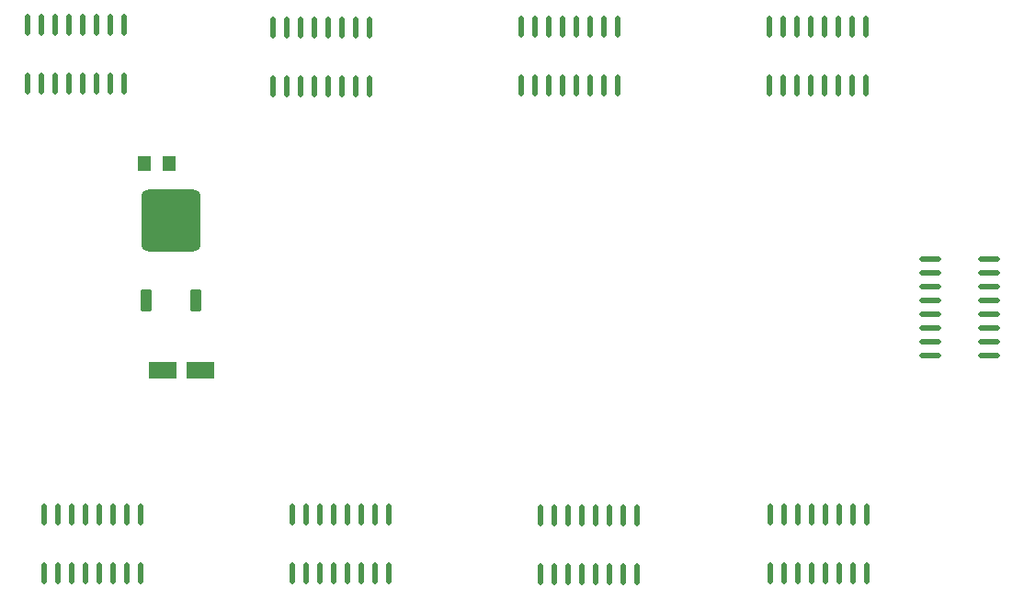
<source format=gtp>
G04*
G04 #@! TF.GenerationSoftware,Altium Limited,Altium Designer,18.1.6 (161)*
G04*
G04 Layer_Color=8421504*
%FSLAX25Y25*%
%MOIN*%
G70*
G01*
G75*
%ADD18O,0.02165X0.07874*%
%ADD19R,0.10039X0.06299*%
%ADD20R,0.05000X0.05500*%
G04:AMPARAMS|DCode=21|XSize=216.54mil|YSize=224.41mil|CornerRadius=27.07mil|HoleSize=0mil|Usage=FLASHONLY|Rotation=0.000|XOffset=0mil|YOffset=0mil|HoleType=Round|Shape=RoundedRectangle|*
%AMROUNDEDRECTD21*
21,1,0.21654,0.17028,0,0,0.0*
21,1,0.16240,0.22441,0,0,0.0*
1,1,0.05413,0.08120,-0.08514*
1,1,0.05413,-0.08120,-0.08514*
1,1,0.05413,-0.08120,0.08514*
1,1,0.05413,0.08120,0.08514*
%
%ADD21ROUNDEDRECTD21*%
G04:AMPARAMS|DCode=22|XSize=39.37mil|YSize=78.74mil|CornerRadius=4.92mil|HoleSize=0mil|Usage=FLASHONLY|Rotation=0.000|XOffset=0mil|YOffset=0mil|HoleType=Round|Shape=RoundedRectangle|*
%AMROUNDEDRECTD22*
21,1,0.03937,0.06890,0,0,0.0*
21,1,0.02953,0.07874,0,0,0.0*
1,1,0.00984,0.01476,-0.03445*
1,1,0.00984,-0.01476,-0.03445*
1,1,0.00984,-0.01476,0.03445*
1,1,0.00984,0.01476,0.03445*
%
%ADD22ROUNDEDRECTD22*%
%ADD23O,0.07874X0.02165*%
D18*
X455000Y351870D02*
D03*
X460000D02*
D03*
X465000D02*
D03*
X470000D02*
D03*
X475000D02*
D03*
X480000D02*
D03*
X485000D02*
D03*
X490000D02*
D03*
X455000Y373130D02*
D03*
X460000D02*
D03*
X465000D02*
D03*
X470000D02*
D03*
X475000D02*
D03*
X480000D02*
D03*
X485000D02*
D03*
X490000D02*
D03*
X365000Y351870D02*
D03*
X370000D02*
D03*
X375000D02*
D03*
X380000D02*
D03*
X385000D02*
D03*
X390000D02*
D03*
X395000D02*
D03*
X400000D02*
D03*
X365000Y373130D02*
D03*
X370000D02*
D03*
X375000D02*
D03*
X380000D02*
D03*
X385000D02*
D03*
X390000D02*
D03*
X395000D02*
D03*
X400000D02*
D03*
X275000Y351740D02*
D03*
X280000D02*
D03*
X285000D02*
D03*
X290000D02*
D03*
X295000D02*
D03*
X300000D02*
D03*
X305000D02*
D03*
X310000D02*
D03*
X275000Y373000D02*
D03*
X280000D02*
D03*
X285000D02*
D03*
X290000D02*
D03*
X295000D02*
D03*
X300000D02*
D03*
X305000D02*
D03*
X310000D02*
D03*
X186000Y352740D02*
D03*
X191000D02*
D03*
X196000D02*
D03*
X201000D02*
D03*
X206000D02*
D03*
X211000D02*
D03*
X216000D02*
D03*
X221000D02*
D03*
X186000Y374000D02*
D03*
X191000D02*
D03*
X196000D02*
D03*
X201000D02*
D03*
X206000D02*
D03*
X211000D02*
D03*
X216000D02*
D03*
X221000D02*
D03*
X490500Y196130D02*
D03*
X485500D02*
D03*
X480500D02*
D03*
X475500D02*
D03*
X470500D02*
D03*
X465500D02*
D03*
X460500D02*
D03*
X455500D02*
D03*
X490500Y174870D02*
D03*
X485500D02*
D03*
X480500D02*
D03*
X475500D02*
D03*
X470500D02*
D03*
X465500D02*
D03*
X460500D02*
D03*
X455500D02*
D03*
X407000Y196000D02*
D03*
X402000D02*
D03*
X397000D02*
D03*
X392000D02*
D03*
X387000D02*
D03*
X382000D02*
D03*
X377000D02*
D03*
X372000D02*
D03*
X407000Y174740D02*
D03*
X402000D02*
D03*
X397000D02*
D03*
X392000D02*
D03*
X387000D02*
D03*
X382000D02*
D03*
X377000D02*
D03*
X372000D02*
D03*
X282000Y174870D02*
D03*
X287000D02*
D03*
X292000D02*
D03*
X297000D02*
D03*
X302000D02*
D03*
X307000D02*
D03*
X312000D02*
D03*
X317000D02*
D03*
X282000Y196130D02*
D03*
X287000D02*
D03*
X292000D02*
D03*
X297000D02*
D03*
X302000D02*
D03*
X307000D02*
D03*
X312000D02*
D03*
X317000D02*
D03*
X192000Y174870D02*
D03*
X197000D02*
D03*
X202000D02*
D03*
X207000D02*
D03*
X212000D02*
D03*
X217000D02*
D03*
X222000D02*
D03*
X227000D02*
D03*
X192000Y196130D02*
D03*
X197000D02*
D03*
X202000D02*
D03*
X207000D02*
D03*
X212000D02*
D03*
X217000D02*
D03*
X222000D02*
D03*
X227000D02*
D03*
D19*
X248890Y248500D02*
D03*
X235110D02*
D03*
D20*
X228500Y323500D02*
D03*
X237500D02*
D03*
D21*
X238000Y303067D02*
D03*
D22*
X246996Y273933D02*
D03*
X229004Y273933D02*
D03*
D23*
X534630Y254000D02*
D03*
Y259000D02*
D03*
Y264000D02*
D03*
Y269000D02*
D03*
Y274000D02*
D03*
Y279000D02*
D03*
Y284000D02*
D03*
Y289000D02*
D03*
X513370Y254000D02*
D03*
Y259000D02*
D03*
Y264000D02*
D03*
Y269000D02*
D03*
Y274000D02*
D03*
Y279000D02*
D03*
Y284000D02*
D03*
Y289000D02*
D03*
M02*

</source>
